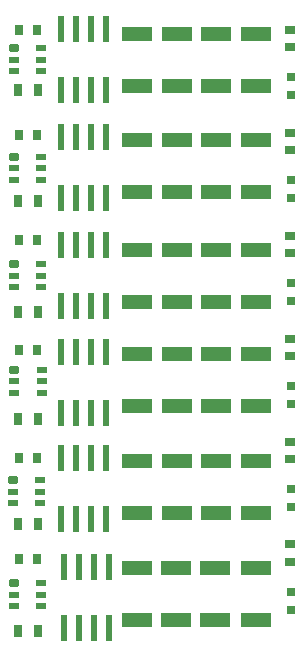
<source format=gtp>
G04*
G04 #@! TF.GenerationSoftware,Altium Limited,Altium Designer,21.6.1 (37)*
G04*
G04 Layer_Color=8421504*
%FSLAX44Y44*%
%MOMM*%
G71*
G04*
G04 #@! TF.SameCoordinates,7934F4AE-985A-4D5C-9069-E765C515617C*
G04*
G04*
G04 #@! TF.FilePolarity,Positive*
G04*
G01*
G75*
%ADD15R,0.8000X1.0000*%
%ADD16R,0.7000X0.9000*%
%ADD17R,0.6000X2.2000*%
G04:AMPARAMS|DCode=18|XSize=0.6mm|YSize=0.9mm|CornerRadius=0.15mm|HoleSize=0mm|Usage=FLASHONLY|Rotation=270.000|XOffset=0mm|YOffset=0mm|HoleType=Round|Shape=RoundedRectangle|*
%AMROUNDEDRECTD18*
21,1,0.6000,0.6000,0,0,270.0*
21,1,0.3000,0.9000,0,0,270.0*
1,1,0.3000,-0.3000,-0.1500*
1,1,0.3000,-0.3000,0.1500*
1,1,0.3000,0.3000,0.1500*
1,1,0.3000,0.3000,-0.1500*
%
%ADD18ROUNDEDRECTD18*%
%ADD19R,0.9000X0.6000*%
%ADD20R,2.6000X1.2000*%
%ADD21R,0.9000X0.7000*%
%ADD22R,0.8000X0.8000*%
D15*
X245988Y493620D02*
D03*
X228988D02*
D03*
X245988Y581900D02*
D03*
X228988D02*
D03*
X245988Y673100D02*
D03*
X228988D02*
D03*
X245988Y766480D02*
D03*
X228988D02*
D03*
X245988Y403000D02*
D03*
X228988D02*
D03*
Y861060D02*
D03*
X245988D02*
D03*
D16*
X244988Y549500D02*
D03*
X229988D02*
D03*
X244988Y640320D02*
D03*
X229988D02*
D03*
X244988Y734060D02*
D03*
X229988D02*
D03*
X244988Y463960D02*
D03*
X229988D02*
D03*
X244988Y911860D02*
D03*
X229988D02*
D03*
Y822360D02*
D03*
X244988D02*
D03*
D17*
X303530Y912460D02*
D03*
X290830D02*
D03*
X265430D02*
D03*
X303530Y860460D02*
D03*
X290830D02*
D03*
X265430D02*
D03*
X278130Y912460D02*
D03*
Y860460D02*
D03*
X303530Y821020D02*
D03*
X290830D02*
D03*
X265430D02*
D03*
X303530Y769020D02*
D03*
X290830D02*
D03*
X265430D02*
D03*
X278130Y821020D02*
D03*
Y769020D02*
D03*
X303530Y729580D02*
D03*
X290830D02*
D03*
X265430D02*
D03*
X303530Y677580D02*
D03*
X290830D02*
D03*
X265430D02*
D03*
X278130Y729580D02*
D03*
Y677580D02*
D03*
X303300Y639240D02*
D03*
X290600D02*
D03*
X265200D02*
D03*
X303300Y587240D02*
D03*
X290600D02*
D03*
X265200D02*
D03*
X277900Y639240D02*
D03*
Y587240D02*
D03*
X303530Y549240D02*
D03*
X290830D02*
D03*
X265430D02*
D03*
X303530Y497240D02*
D03*
X290830D02*
D03*
X265430D02*
D03*
X278130Y549240D02*
D03*
Y497240D02*
D03*
X306070Y456940D02*
D03*
X293370D02*
D03*
X267970D02*
D03*
X306070Y404940D02*
D03*
X293370D02*
D03*
X267970D02*
D03*
X280670Y456940D02*
D03*
Y404940D02*
D03*
D18*
X225990Y442980D02*
D03*
X224720Y530200D02*
D03*
X226060Y623520D02*
D03*
X225990Y713080D02*
D03*
Y803920D02*
D03*
X225988Y895960D02*
D03*
D19*
X225990Y433480D02*
D03*
Y423980D02*
D03*
X248990D02*
D03*
Y433480D02*
D03*
Y442980D02*
D03*
X224720Y520700D02*
D03*
Y511200D02*
D03*
X247720D02*
D03*
Y520700D02*
D03*
Y530200D02*
D03*
X226060Y614020D02*
D03*
Y604520D02*
D03*
X249060D02*
D03*
Y614020D02*
D03*
Y623520D02*
D03*
X225990Y703580D02*
D03*
Y694080D02*
D03*
X248990D02*
D03*
Y703580D02*
D03*
Y713080D02*
D03*
X225990Y794420D02*
D03*
Y784920D02*
D03*
X248990D02*
D03*
Y794420D02*
D03*
Y803920D02*
D03*
X225988Y886460D02*
D03*
Y876960D02*
D03*
X248988D02*
D03*
Y886460D02*
D03*
Y895960D02*
D03*
D20*
X430530Y412340D02*
D03*
Y456340D02*
D03*
X396240Y412340D02*
D03*
Y456340D02*
D03*
X363220Y412340D02*
D03*
Y456340D02*
D03*
X330200Y412340D02*
D03*
Y456340D02*
D03*
Y502764D02*
D03*
Y546764D02*
D03*
Y592920D02*
D03*
Y636920D02*
D03*
Y681580D02*
D03*
Y725580D02*
D03*
Y774036D02*
D03*
Y818036D02*
D03*
Y864460D02*
D03*
Y908460D02*
D03*
X430530Y864460D02*
D03*
Y908460D02*
D03*
X397087Y864460D02*
D03*
Y908460D02*
D03*
X363643Y864460D02*
D03*
Y908460D02*
D03*
X430530Y774036D02*
D03*
Y818036D02*
D03*
X397087Y774036D02*
D03*
Y818036D02*
D03*
X430530Y681580D02*
D03*
Y725580D02*
D03*
X397087Y681580D02*
D03*
Y725580D02*
D03*
X430530Y592920D02*
D03*
Y636920D02*
D03*
X397087Y592920D02*
D03*
Y636920D02*
D03*
X430530Y502764D02*
D03*
Y546764D02*
D03*
X397087Y502764D02*
D03*
Y546764D02*
D03*
X363643Y774036D02*
D03*
Y818036D02*
D03*
Y681580D02*
D03*
Y725580D02*
D03*
Y592920D02*
D03*
Y636920D02*
D03*
Y502764D02*
D03*
Y546764D02*
D03*
D21*
X459740Y475976D02*
D03*
Y460976D02*
D03*
Y911740D02*
D03*
Y896740D02*
D03*
Y824587D02*
D03*
Y809587D02*
D03*
Y737434D02*
D03*
Y722434D02*
D03*
Y650282D02*
D03*
Y635282D02*
D03*
Y563129D02*
D03*
Y548129D02*
D03*
D22*
X460240Y435900D02*
D03*
Y420900D02*
D03*
Y871663D02*
D03*
Y856663D02*
D03*
Y784511D02*
D03*
Y769511D02*
D03*
Y697358D02*
D03*
Y682358D02*
D03*
Y610205D02*
D03*
Y595205D02*
D03*
Y523053D02*
D03*
Y508053D02*
D03*
M02*

</source>
